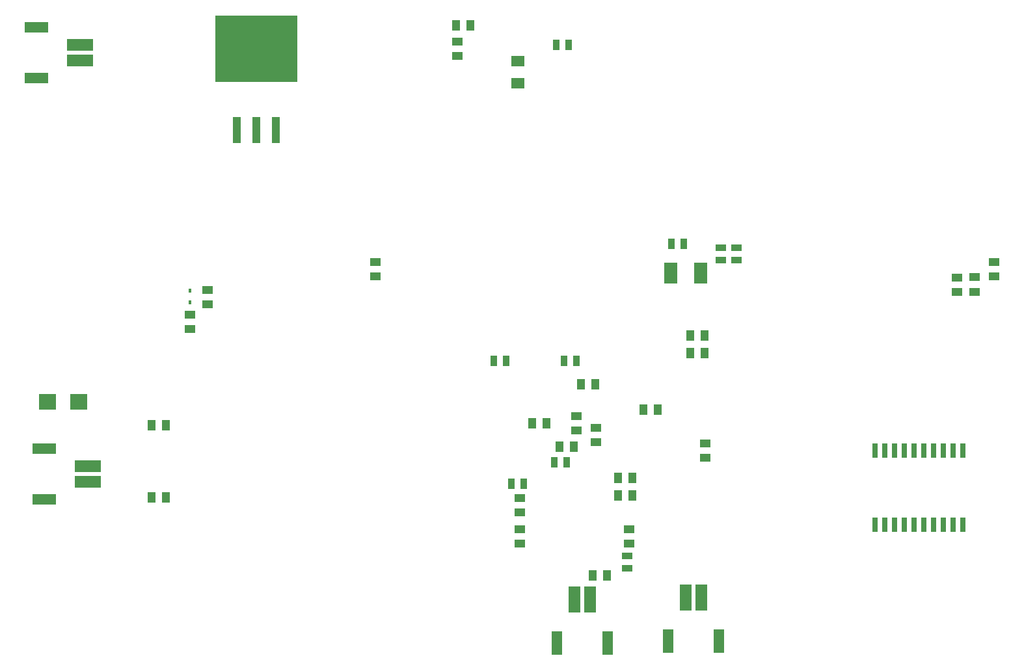
<source format=gbr>
G04*
G04 #@! TF.GenerationSoftware,Altium Limited,Altium Designer,22.4.2 (48)*
G04*
G04 Layer_Color=8421504*
%FSLAX25Y25*%
%MOIN*%
G70*
G04*
G04 #@! TF.SameCoordinates,783B880F-F190-4A79-90E1-06678E82802B*
G04*
G04*
G04 #@! TF.FilePolarity,Positive*
G04*
G01*
G75*
%ADD16R,0.04134X0.05709*%
%ADD17R,0.05512X0.12205*%
%ADD18R,0.05906X0.13386*%
%ADD19R,0.05709X0.04134*%
%ADD20R,0.02756X0.07480*%
%ADD21R,0.03780X0.05472*%
%ADD22R,0.05472X0.03780*%
%ADD23R,0.01654X0.02165*%
%ADD24R,0.08661X0.08268*%
%ADD25R,0.42126X0.33858*%
%ADD26R,0.03937X0.13386*%
%ADD27R,0.12205X0.05512*%
%ADD28R,0.13386X0.05906*%
%ADD29R,0.06693X0.11024*%
%ADD30R,0.07087X0.05276*%
D16*
X232740Y338000D02*
D03*
X225260D02*
D03*
X69260Y96000D02*
D03*
X76740D02*
D03*
X271740Y134000D02*
D03*
X264260D02*
D03*
X296740Y154000D02*
D03*
X289260D02*
D03*
X285740Y122000D02*
D03*
X278260D02*
D03*
X308260Y106000D02*
D03*
X315740D02*
D03*
X308260Y97000D02*
D03*
X315740D02*
D03*
X302740Y56000D02*
D03*
X295260D02*
D03*
X345260Y179000D02*
D03*
X352740D02*
D03*
X345260Y170000D02*
D03*
X352740D02*
D03*
X321260Y141000D02*
D03*
X328740D02*
D03*
X76740Y133000D02*
D03*
X69260D02*
D03*
D17*
X277008Y21354D02*
D03*
X302992D02*
D03*
X334008Y22354D02*
D03*
X359992D02*
D03*
D18*
X286063Y43598D02*
D03*
X293937D02*
D03*
X343063Y44598D02*
D03*
X350937D02*
D03*
D19*
X501000Y209260D02*
D03*
Y216740D02*
D03*
X482000Y208740D02*
D03*
Y201260D02*
D03*
X491000Y209000D02*
D03*
Y201520D02*
D03*
X287000Y130260D02*
D03*
Y137740D02*
D03*
X297000Y124260D02*
D03*
Y131740D02*
D03*
X258000Y95740D02*
D03*
Y88260D02*
D03*
Y79740D02*
D03*
Y72260D02*
D03*
X314000Y79740D02*
D03*
Y72260D02*
D03*
X353000Y123740D02*
D03*
Y116260D02*
D03*
X98000Y195000D02*
D03*
Y202480D02*
D03*
X89000Y182260D02*
D03*
Y189740D02*
D03*
X184000Y216740D02*
D03*
Y209260D02*
D03*
X226000Y322260D02*
D03*
Y329740D02*
D03*
D20*
X485000Y82205D02*
D03*
X480000D02*
D03*
X475000D02*
D03*
X470000D02*
D03*
X465000D02*
D03*
X460000D02*
D03*
X455000D02*
D03*
X450000D02*
D03*
X445000D02*
D03*
X440000D02*
D03*
Y120000D02*
D03*
X445000D02*
D03*
X450000D02*
D03*
X455000D02*
D03*
X460000D02*
D03*
X465000D02*
D03*
X470000D02*
D03*
X475000D02*
D03*
X480000D02*
D03*
X485000D02*
D03*
D21*
X244890Y166000D02*
D03*
X251110D02*
D03*
X287110D02*
D03*
X280890D02*
D03*
X282110Y114000D02*
D03*
X275890D02*
D03*
X253890Y103000D02*
D03*
X260110D02*
D03*
X335890Y226000D02*
D03*
X342110D02*
D03*
X276890Y328000D02*
D03*
X283110D02*
D03*
D22*
X313000Y66110D02*
D03*
Y59890D02*
D03*
X369000Y217890D02*
D03*
Y224110D02*
D03*
X361000Y217890D02*
D03*
Y224110D02*
D03*
D23*
X89000Y202051D02*
D03*
Y195949D02*
D03*
D24*
X15929Y145000D02*
D03*
X32071D02*
D03*
D25*
X123000Y326000D02*
D03*
D26*
X133000Y284268D02*
D03*
X123000D02*
D03*
X113000D02*
D03*
D27*
X14354Y120992D02*
D03*
Y95008D02*
D03*
X10354Y336992D02*
D03*
Y311008D02*
D03*
D28*
X36598Y111937D02*
D03*
Y104063D02*
D03*
X32598Y327937D02*
D03*
Y320063D02*
D03*
D29*
X350677Y211000D02*
D03*
X335323D02*
D03*
D30*
X257000Y319630D02*
D03*
Y308370D02*
D03*
M02*

</source>
